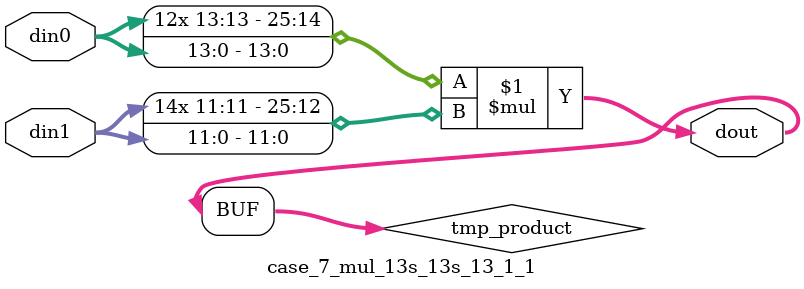
<source format=v>

`timescale 1 ns / 1 ps

 module case_7_mul_13s_13s_13_1_1(din0, din1, dout);
parameter ID = 1;
parameter NUM_STAGE = 0;
parameter din0_WIDTH = 14;
parameter din1_WIDTH = 12;
parameter dout_WIDTH = 26;

input [din0_WIDTH - 1 : 0] din0; 
input [din1_WIDTH - 1 : 0] din1; 
output [dout_WIDTH - 1 : 0] dout;

wire signed [dout_WIDTH - 1 : 0] tmp_product;



























assign tmp_product = $signed(din0) * $signed(din1);








assign dout = tmp_product;





















endmodule

</source>
